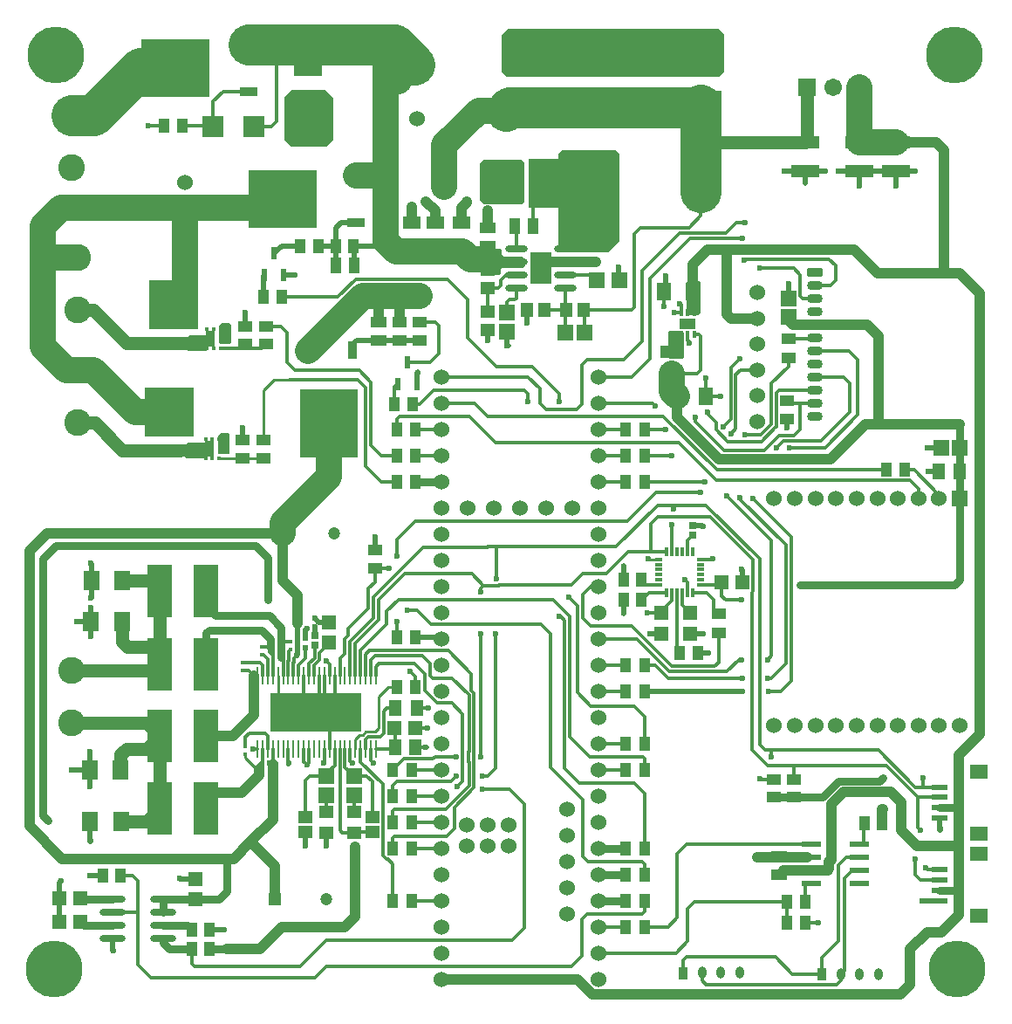
<source format=gtl>
G04 Layer_Physical_Order=1*
G04 Layer_Color=25308*
%FSLAX25Y25*%
%MOIN*%
G70*
G01*
G75*
%ADD10R,0.10630X0.05118*%
%ADD11R,0.04331X0.05512*%
%ADD12R,0.07480X0.02362*%
%ADD13R,0.08740X0.04843*%
%ADD14R,0.05315X0.07087*%
%ADD15R,0.09252X0.20079*%
%ADD16R,0.05512X0.05512*%
%ADD17R,0.02913X0.03071*%
%ADD18R,0.05315X0.03937*%
%ADD19R,0.01378X0.03347*%
%ADD20R,0.03150X0.01378*%
%ADD21R,0.06102X0.02362*%
%ADD22R,0.07087X0.05512*%
%ADD23R,0.02165X0.02165*%
%ADD24R,0.01772X0.01772*%
%ADD25R,0.05118X0.05906*%
%ADD26R,0.05512X0.05512*%
%ADD27R,0.04921X0.06102*%
%ADD28R,0.05315X0.04528*%
%ADD29R,0.05512X0.04331*%
%ADD30R,0.05906X0.07480*%
%ADD31R,0.05709X0.04724*%
%ADD32R,0.06102X0.05906*%
%ADD33R,0.00866X0.06693*%
%ADD34O,0.00866X0.06693*%
%ADD35R,0.34567X0.14646*%
%ADD36O,0.09843X0.02756*%
%ADD37R,0.03937X0.05315*%
%ADD38R,0.05900X0.04000*%
%ADD39R,0.05906X0.06102*%
%ADD40R,0.04500X0.06000*%
%ADD41R,0.02362X0.05118*%
%ADD42R,0.10799X0.08500*%
%ADD43R,0.22047X0.25984*%
%ADD44R,0.03740X0.06890*%
%ADD45R,0.25984X0.22047*%
%ADD46R,0.06890X0.03740*%
%ADD47R,0.04528X0.05709*%
%ADD48R,0.06102X0.06102*%
%ADD49R,0.07087X0.05118*%
%ADD50R,0.03228X0.10315*%
%ADD51R,0.18583X0.18898*%
%ADD52R,0.05000X0.05512*%
%ADD53R,0.06102X0.06102*%
%ADD54R,0.05709X0.04528*%
%ADD55R,0.09055X0.14173*%
%ADD56O,0.08661X0.02362*%
%ADD57R,0.07874X0.12205*%
%ADD58R,0.04000X0.05900*%
%ADD59R,0.01181X0.01378*%
%ADD60R,0.03740X0.05945*%
%ADD61R,0.00925X0.03425*%
%ADD62R,0.18898X0.18583*%
%ADD63R,0.05512X0.05000*%
%ADD64R,0.07874X0.07874*%
%ADD65R,0.06299X0.03937*%
%ADD66R,0.01181X0.02756*%
%ADD67C,0.15748*%
%ADD68C,0.10000*%
%ADD69C,0.03937*%
%ADD70C,0.01969*%
%ADD71C,0.05000*%
%ADD72C,0.01181*%
%ADD73C,0.01000*%
%ADD74C,0.02953*%
%ADD75C,0.06732*%
G04:AMPARAMS|DCode=76|XSize=67.32mil|YSize=67.32mil|CornerRadius=1.68mil|HoleSize=0mil|Usage=FLASHONLY|Rotation=0.000|XOffset=0mil|YOffset=0mil|HoleType=Round|Shape=RoundedRectangle|*
%AMROUNDEDRECTD76*
21,1,0.06732,0.06396,0,0,0.0*
21,1,0.06396,0.06732,0,0,0.0*
1,1,0.00337,0.03198,-0.03198*
1,1,0.00337,-0.03198,-0.03198*
1,1,0.00337,-0.03198,0.03198*
1,1,0.00337,0.03198,0.03198*
%
%ADD76ROUNDEDRECTD76*%
%ADD77C,0.06000*%
%ADD78R,0.06000X0.06000*%
%ADD79C,0.04724*%
%ADD80R,0.04724X0.04724*%
%ADD81C,0.10236*%
%ADD82R,0.03500X0.04500*%
%ADD83O,0.03500X0.04500*%
%ADD84O,0.06000X0.03543*%
G04:AMPARAMS|DCode=85|XSize=60mil|YSize=35.43mil|CornerRadius=8.86mil|HoleSize=0mil|Usage=FLASHONLY|Rotation=0.000|XOffset=0mil|YOffset=0mil|HoleType=Round|Shape=RoundedRectangle|*
%AMROUNDEDRECTD85*
21,1,0.06000,0.01772,0,0,0.0*
21,1,0.04228,0.03543,0,0,0.0*
1,1,0.01772,0.02114,-0.00886*
1,1,0.01772,-0.02114,-0.00886*
1,1,0.01772,-0.02114,0.00886*
1,1,0.01772,0.02114,0.00886*
%
%ADD85ROUNDEDRECTD85*%
%ADD86C,0.02362*%
%ADD87C,0.21654*%
G36*
X179500Y336000D02*
Y329000D01*
X179000Y328500D01*
X175500D01*
X175000Y329000D01*
Y335500D01*
X176000Y336500D01*
X179000D01*
X179500Y336000D01*
D02*
G37*
G36*
X353000Y375000D02*
Y365500D01*
X352500Y365000D01*
X347500D01*
X347000Y365500D01*
Y375000D01*
X347500Y375500D01*
X352500D01*
X353000Y375000D01*
D02*
G37*
G36*
X170915Y373585D02*
X170915Y368415D01*
X170500Y368000D01*
X163500Y368000D01*
X163000Y368500D01*
X163000Y373000D01*
X164000Y374000D01*
X170500D01*
X170915Y373585D01*
D02*
G37*
G36*
X198000Y211000D02*
Y206500D01*
X194000D01*
Y211000D01*
X195000Y212000D01*
X197000D01*
X198000Y211000D01*
D02*
G37*
G36*
X196000Y254000D02*
Y251500D01*
X195500D01*
X194000Y253000D01*
Y254500D01*
X195500D01*
X196000Y254000D01*
D02*
G37*
G36*
X170415Y332585D02*
X170415Y327415D01*
X170000Y327000D01*
X163000Y327000D01*
X162500Y327500D01*
X162500Y332000D01*
X163500Y333000D01*
X170000D01*
X170415Y332585D01*
D02*
G37*
G36*
X180000Y378000D02*
Y371000D01*
X179500Y370500D01*
X176000D01*
X175500Y371000D01*
Y377500D01*
X176500Y378500D01*
X179500D01*
X180000Y378000D01*
D02*
G37*
G36*
X292000Y440000D02*
Y425000D01*
X291000Y424000D01*
X276500D01*
X275000Y425500D01*
Y439500D01*
X276500Y441000D01*
X291000D01*
X292000Y440000D01*
D02*
G37*
G36*
X219000Y464500D02*
Y448500D01*
X216500Y446000D01*
X203000D01*
X200500Y448500D01*
X200500Y465000D01*
X203000Y467500D01*
X216000Y467500D01*
X219000Y464500D01*
D02*
G37*
G36*
X366500Y491000D02*
X368500Y489000D01*
X368500Y474500D01*
X366500Y472500D01*
X285500Y472500D01*
X283500Y474500D01*
Y488500D01*
X286000Y491000D01*
X366500Y491000D01*
D02*
G37*
G36*
X359500Y394000D02*
Y382500D01*
X358500Y381500D01*
X354500Y381500D01*
X354000Y382000D01*
X354000Y394000D01*
X354500Y394500D01*
X359000D01*
X359500Y394000D01*
D02*
G37*
G36*
X283500Y406500D02*
X283500Y405000D01*
X284500Y404000D01*
X291500D01*
X292500Y403000D01*
Y400500D01*
X291500Y399500D01*
X283500D01*
X283000Y399000D01*
Y397500D01*
X282500Y397000D01*
X280000D01*
Y406500D01*
X280500Y407000D01*
X283000D01*
X283500Y406500D01*
D02*
G37*
G36*
X328500Y443000D02*
Y410000D01*
X324000Y405500D01*
X305000D01*
Y443000D01*
X306500Y444500D01*
X327000D01*
X328500Y443000D01*
D02*
G37*
D10*
X362000Y464988D02*
D03*
Y476012D02*
D03*
X348000Y464988D02*
D03*
Y476012D02*
D03*
X434000Y447512D02*
D03*
Y436488D02*
D03*
X420000Y447512D02*
D03*
Y436488D02*
D03*
X399500Y447512D02*
D03*
Y436488D02*
D03*
D11*
X399445Y149500D02*
D03*
X392555D02*
D03*
Y157500D02*
D03*
X399445D02*
D03*
X358445Y252500D02*
D03*
X351555D02*
D03*
X336945Y280500D02*
D03*
X330055D02*
D03*
X336945Y273000D02*
D03*
X330055D02*
D03*
X250445Y239500D02*
D03*
X243555D02*
D03*
X171945Y147000D02*
D03*
X165055D02*
D03*
X171945Y139500D02*
D03*
X165055D02*
D03*
X131055Y167500D02*
D03*
X137945D02*
D03*
X422055Y187500D02*
D03*
X428945D02*
D03*
X249445Y347500D02*
D03*
X242555D02*
D03*
X161445Y454000D02*
D03*
X154555D02*
D03*
X199445Y388500D02*
D03*
X192555D02*
D03*
X213445Y408000D02*
D03*
X206555D02*
D03*
X226945D02*
D03*
X220055D02*
D03*
D12*
X420252Y164500D02*
D03*
Y169500D02*
D03*
Y174500D02*
D03*
Y179500D02*
D03*
X401748Y164500D02*
D03*
Y169500D02*
D03*
Y174500D02*
D03*
Y179500D02*
D03*
D13*
X348500Y367772D02*
D03*
Y359228D02*
D03*
D14*
X350488Y350500D02*
D03*
X361512D02*
D03*
X356512Y390500D02*
D03*
X345488D02*
D03*
D15*
X170528Y193419D02*
D03*
X152812D02*
D03*
Y276419D02*
D03*
X170528D02*
D03*
X152812Y248419D02*
D03*
X170528D02*
D03*
X152812Y220919D02*
D03*
X170528D02*
D03*
D16*
X355500Y260063D02*
D03*
Y267937D02*
D03*
X217500Y256563D02*
D03*
Y264437D02*
D03*
X166500Y158563D02*
D03*
Y166437D02*
D03*
X344500Y267937D02*
D03*
Y260063D02*
D03*
D17*
X356500Y301429D02*
D03*
Y297571D02*
D03*
X212000Y259429D02*
D03*
Y255571D02*
D03*
D18*
X366500Y267543D02*
D03*
Y260457D02*
D03*
X393000Y365457D02*
D03*
Y372543D02*
D03*
D19*
X346579Y291276D02*
D03*
X348547D02*
D03*
X350516D02*
D03*
X352484D02*
D03*
X354453D02*
D03*
X356421D02*
D03*
Y275724D02*
D03*
X354453D02*
D03*
X352484D02*
D03*
X350516D02*
D03*
X348547D02*
D03*
X346579D02*
D03*
D20*
X359374Y288421D02*
D03*
Y286453D02*
D03*
Y284484D02*
D03*
Y282516D02*
D03*
Y280547D02*
D03*
Y278579D02*
D03*
X343626D02*
D03*
Y280547D02*
D03*
Y282516D02*
D03*
Y284484D02*
D03*
Y286453D02*
D03*
Y288421D02*
D03*
D21*
X450913Y158095D02*
D03*
Y162031D02*
D03*
Y165969D02*
D03*
Y169905D02*
D03*
Y189594D02*
D03*
Y193532D02*
D03*
Y197468D02*
D03*
Y201406D02*
D03*
D22*
X465677Y152189D02*
D03*
Y175811D02*
D03*
Y183689D02*
D03*
Y207311D02*
D03*
D23*
X208500Y258272D02*
D03*
Y254728D02*
D03*
D24*
X202670Y253845D02*
D03*
Y256994D02*
D03*
X191670Y251845D02*
D03*
Y254994D02*
D03*
X185500Y213925D02*
D03*
Y217075D02*
D03*
X184500Y249075D02*
D03*
Y245925D02*
D03*
D25*
X242661Y216500D02*
D03*
X250339D02*
D03*
D26*
X242563Y224000D02*
D03*
X250437D02*
D03*
X122437Y150000D02*
D03*
X114563D02*
D03*
Y159000D02*
D03*
X122437D02*
D03*
X367563Y279500D02*
D03*
X375437D02*
D03*
D27*
X242965Y231500D02*
D03*
X251035D02*
D03*
D28*
X234000Y184146D02*
D03*
Y189854D02*
D03*
X208500Y184146D02*
D03*
Y189854D02*
D03*
D29*
X235000Y285055D02*
D03*
Y291945D02*
D03*
X387500Y197555D02*
D03*
Y204445D02*
D03*
X395000Y197555D02*
D03*
Y204445D02*
D03*
X252000Y372055D02*
D03*
Y378945D02*
D03*
X244500D02*
D03*
Y372055D02*
D03*
X185500Y370555D02*
D03*
Y377445D02*
D03*
X184500Y327055D02*
D03*
Y333945D02*
D03*
X193500Y377445D02*
D03*
Y370555D02*
D03*
X192500Y333945D02*
D03*
Y327055D02*
D03*
X392500Y342055D02*
D03*
Y348945D02*
D03*
D30*
X126765Y280419D02*
D03*
X138576D02*
D03*
X126594Y264500D02*
D03*
X138406D02*
D03*
X126094Y208000D02*
D03*
X137906D02*
D03*
X126265Y188419D02*
D03*
X138076D02*
D03*
D31*
X227000Y184063D02*
D03*
Y191937D02*
D03*
X216500Y184063D02*
D03*
Y191937D02*
D03*
D32*
X227000Y198457D02*
D03*
Y205543D02*
D03*
X216500Y198457D02*
D03*
Y205543D02*
D03*
X393000Y388043D02*
D03*
Y380957D02*
D03*
D33*
X190170Y215919D02*
D03*
D34*
X192139D02*
D03*
X194107D02*
D03*
X196076D02*
D03*
X198044D02*
D03*
X200013D02*
D03*
X201981D02*
D03*
X203950D02*
D03*
X205918D02*
D03*
X207887D02*
D03*
X209855D02*
D03*
X211824D02*
D03*
X213792D02*
D03*
X215761D02*
D03*
X217729D02*
D03*
X219698D02*
D03*
X221666D02*
D03*
X223635D02*
D03*
X225603D02*
D03*
X227572D02*
D03*
X229540D02*
D03*
X231509D02*
D03*
X233477D02*
D03*
X235446D02*
D03*
X190170Y243872D02*
D03*
X192139D02*
D03*
X194107D02*
D03*
X196076D02*
D03*
X198044D02*
D03*
X200013D02*
D03*
X201981D02*
D03*
X203950D02*
D03*
X205918D02*
D03*
X207887D02*
D03*
X209855D02*
D03*
X211824D02*
D03*
X213792D02*
D03*
X215761D02*
D03*
X217729D02*
D03*
X219698D02*
D03*
X221666D02*
D03*
X223635D02*
D03*
X225603D02*
D03*
X227572D02*
D03*
X229540D02*
D03*
X231509D02*
D03*
X233477D02*
D03*
X235446D02*
D03*
D35*
X212611Y229919D02*
D03*
D36*
X154146Y143500D02*
D03*
Y148500D02*
D03*
Y153500D02*
D03*
Y158500D02*
D03*
X134854Y143500D02*
D03*
Y148500D02*
D03*
Y153500D02*
D03*
Y158500D02*
D03*
D37*
X250543Y338000D02*
D03*
X243457D02*
D03*
X338043Y328000D02*
D03*
X330957D02*
D03*
X250543Y258500D02*
D03*
X243457D02*
D03*
X338043Y248000D02*
D03*
X330957D02*
D03*
X338043Y238000D02*
D03*
X330957D02*
D03*
X338043Y218000D02*
D03*
X330957D02*
D03*
X338043Y208000D02*
D03*
X330957D02*
D03*
X249043D02*
D03*
X241957D02*
D03*
X243457Y318000D02*
D03*
X250543D02*
D03*
X249043Y198000D02*
D03*
X241957D02*
D03*
X243457Y328000D02*
D03*
X250543D02*
D03*
X249043Y188000D02*
D03*
X241957D02*
D03*
X338043Y178000D02*
D03*
X330957D02*
D03*
X249043D02*
D03*
X241957D02*
D03*
X338043Y168000D02*
D03*
X330957D02*
D03*
X338043Y158000D02*
D03*
X330957D02*
D03*
X249043D02*
D03*
X241957D02*
D03*
X338043Y148000D02*
D03*
X330957D02*
D03*
X338043Y318000D02*
D03*
X330957D02*
D03*
X430457Y322500D02*
D03*
X437543D02*
D03*
X338043Y338000D02*
D03*
X330957D02*
D03*
D38*
X389500Y175000D02*
D03*
Y168000D02*
D03*
X236500Y379000D02*
D03*
Y372000D02*
D03*
X278000Y415000D02*
D03*
Y408000D02*
D03*
D39*
X451457Y331000D02*
D03*
X458543D02*
D03*
X319669Y395000D02*
D03*
X328331D02*
D03*
D40*
X458500Y322000D02*
D03*
X450500D02*
D03*
D41*
X243760Y355366D02*
D03*
X251240D02*
D03*
X247500Y363634D02*
D03*
X192760Y396866D02*
D03*
X200240D02*
D03*
X196500Y405134D02*
D03*
D42*
X209500Y477201D02*
D03*
Y459799D02*
D03*
D43*
X217500Y340248D02*
D03*
D44*
X208524Y368201D02*
D03*
X226476D02*
D03*
D45*
X158748Y476000D02*
D03*
X199748Y426000D02*
D03*
D46*
X186701Y484976D02*
D03*
Y467024D02*
D03*
X227701Y434976D02*
D03*
Y417024D02*
D03*
D47*
X299945Y383500D02*
D03*
X293055D02*
D03*
X314945D02*
D03*
X308055D02*
D03*
D48*
X285500Y375358D02*
D03*
Y382642D02*
D03*
D49*
X249000Y417012D02*
D03*
Y405988D02*
D03*
X258000Y417012D02*
D03*
Y405988D02*
D03*
X268000Y417012D02*
D03*
Y405988D02*
D03*
D50*
X325000Y477791D02*
D03*
Y459209D02*
D03*
X295500Y477791D02*
D03*
Y459209D02*
D03*
D51*
X303095Y432000D02*
D03*
D52*
X288370Y427906D02*
D03*
Y436095D02*
D03*
D53*
X307957Y375000D02*
D03*
X315043D02*
D03*
D54*
X278000Y398945D02*
D03*
Y392055D02*
D03*
Y382945D02*
D03*
Y376055D02*
D03*
D55*
X359610Y428500D02*
D03*
X323390D02*
D03*
D56*
X289051Y407000D02*
D03*
Y402000D02*
D03*
Y397000D02*
D03*
Y392000D02*
D03*
X307949Y407000D02*
D03*
Y402000D02*
D03*
Y397000D02*
D03*
Y392000D02*
D03*
D57*
X298500Y399500D02*
D03*
D58*
X295500Y415500D02*
D03*
X288500D02*
D03*
X227000Y400500D02*
D03*
X220000D02*
D03*
D59*
X176033Y368858D02*
D03*
X173474D02*
D03*
X170915D02*
D03*
X176033Y376142D02*
D03*
X173474D02*
D03*
X170911D02*
D03*
X175533Y326858D02*
D03*
X172974D02*
D03*
X170415D02*
D03*
X175533Y334142D02*
D03*
X172974D02*
D03*
X170411D02*
D03*
D60*
X172191Y372504D02*
D03*
X171691Y330504D02*
D03*
D61*
X176128Y372657D02*
D03*
X175628Y330658D02*
D03*
D62*
X158000Y385595D02*
D03*
X156500Y344595D02*
D03*
D63*
X162094Y370870D02*
D03*
X153905D02*
D03*
X160594Y329870D02*
D03*
X152406D02*
D03*
D64*
X173126Y453500D02*
D03*
X188874D02*
D03*
D65*
X354633Y378342D02*
D03*
D66*
X352074Y382476D02*
D03*
X354633D02*
D03*
X357192D02*
D03*
Y374208D02*
D03*
X354633D02*
D03*
X352074D02*
D03*
D67*
X286500Y461000D02*
X355000D01*
X285209Y459709D02*
X286500Y461000D01*
X359610Y447000D02*
Y462000D01*
Y428500D02*
Y447000D01*
X197500Y484976D02*
X242366D01*
X250171Y477171D01*
X186701Y484976D02*
X197500D01*
X145500Y476000D02*
X158748D01*
X127500Y458000D02*
X145500Y476000D01*
X119000Y458000D02*
X127500D01*
D68*
X274709Y459709D02*
X285209D01*
X420000Y447512D02*
X434000D01*
X420000D02*
Y468500D01*
X230500Y389000D02*
X252071D01*
X209362Y367862D02*
X230500Y389000D01*
X108000Y403500D02*
Y415500D01*
Y369500D02*
Y403500D01*
X121500D01*
Y360500D02*
X127500D01*
X117000D02*
X121500D01*
X108000Y369500D02*
X117000Y360500D01*
X127500D02*
X143405Y344595D01*
X156500D01*
X108000Y415500D02*
X115000Y422500D01*
X162500D02*
X196248D01*
X115000D02*
X162500D01*
Y412657D02*
Y422500D01*
Y390094D02*
Y412657D01*
X196248Y422500D02*
X199748Y426000D01*
X268000Y405988D02*
X268512D01*
X258000D02*
X268000D01*
X249000D02*
X258000D01*
X271500Y403000D02*
X276000D01*
X268512Y405988D02*
X271500Y403000D01*
X239000Y435000D02*
Y481610D01*
X242366Y472634D02*
X244000Y471000D01*
X242366Y472634D02*
Y484976D01*
X239000Y481610D02*
X242366Y484976D01*
X239000Y410000D02*
Y435000D01*
X238976Y434976D02*
X239000Y435000D01*
X227701Y434976D02*
X238976D01*
X199828Y298419D02*
Y302328D01*
X217500Y320000D01*
Y340248D01*
X239000Y410000D02*
X243012Y405988D01*
X249000D01*
X261500Y430500D02*
Y446500D01*
X274709Y459709D01*
X348500Y352488D02*
X350488Y350500D01*
X348500Y352488D02*
Y359213D01*
D69*
X452500Y397500D02*
X458500D01*
X427000D02*
X452500D01*
X434000Y447512D02*
X449488D01*
X452500Y444500D01*
Y397500D02*
Y444500D01*
X466000Y221500D02*
Y390000D01*
X418000Y406500D02*
X427000Y397500D01*
X369500Y406500D02*
X418000D01*
X409500Y173733D02*
Y195000D01*
X408653Y172886D02*
X409500Y173733D01*
X408653Y170153D02*
Y172886D01*
X408000Y169500D02*
X408653Y170153D01*
X254500Y425000D02*
X258000Y421500D01*
Y417012D02*
Y421500D01*
X249000Y417012D02*
Y423000D01*
X270000Y424500D02*
Y425000D01*
X268000Y422500D02*
X270000Y424500D01*
X268000Y417012D02*
Y422500D01*
X278000Y415000D02*
Y421500D01*
X178500Y174000D02*
X181000D01*
X115500D02*
X178500D01*
X103000Y291500D02*
X109919Y298419D01*
X103000Y186500D02*
Y291500D01*
Y186500D02*
X115500Y174000D01*
X428945Y192945D02*
X429000Y193000D01*
X428945Y187500D02*
Y192945D01*
X458000Y152622D02*
Y179000D01*
Y213500D01*
X381000Y174500D02*
X400075D01*
X442000Y179000D02*
X458000D01*
X414000Y199500D02*
X432000D01*
X409500Y195000D02*
X414000Y199500D01*
X391000Y169500D02*
X408000D01*
X366500Y326500D02*
X409000D01*
X350488Y342512D02*
X366500Y326500D01*
X350488Y342512D02*
Y350500D01*
X392000Y380957D02*
X394957Y378000D01*
X403000D01*
X427500Y340043D02*
X458543D01*
X422543D02*
X427500D01*
Y373500D01*
X423000Y378000D02*
X427500Y373500D01*
X403000Y378000D02*
X423000D01*
X409000Y326500D02*
X422543Y340043D01*
X236500Y379000D02*
Y388500D01*
X244500Y378945D02*
Y388000D01*
X369500Y382000D02*
Y406500D01*
Y382000D02*
X371130Y380370D01*
X381000D01*
X319000Y402000D02*
X319500D01*
X316500D02*
X319000D01*
X314000D02*
X316500D01*
X307949D02*
X314000D01*
X298500Y399500D02*
X301000Y402000D01*
X307949D01*
X109919Y298419D02*
X199828D01*
X205500Y264000D02*
Y274500D01*
X199828Y280172D02*
X205500Y274500D01*
X199828Y280172D02*
Y298419D01*
X180670Y220919D02*
X188670Y228919D01*
X170528Y220919D02*
X180670D01*
X190670Y205919D02*
Y207919D01*
X184170Y199419D02*
X190670Y205919D01*
X173670Y199419D02*
X184170D01*
X171670Y197419D02*
X173670Y199419D01*
X171670Y194561D02*
Y197419D01*
X170528Y193419D02*
X171670Y194561D01*
X260500Y128000D02*
X312360D01*
X318116Y122244D01*
X435744D01*
X439500Y126000D01*
Y139500D01*
X446000Y146000D01*
X451378D01*
X458000Y152622D01*
Y213500D02*
X466000Y221500D01*
X458500Y397500D02*
X466000Y390000D01*
X188670Y228919D02*
Y243919D01*
X436000Y185000D02*
X442000Y179000D01*
X436000Y185000D02*
Y195500D01*
X432000Y199500D02*
X436000Y195500D01*
X196658Y158500D02*
Y171343D01*
X187500Y180500D02*
X196658Y171343D01*
X181000Y174000D02*
X187500Y180500D01*
X227500Y152000D02*
Y178500D01*
X223500Y148000D02*
X227500Y152000D01*
X199500Y148000D02*
X223500D01*
X191000Y139500D02*
X199500Y148000D01*
X178500Y139500D02*
X191000D01*
X356512Y390500D02*
Y401012D01*
X362000Y406500D01*
X369500D01*
X187500Y180500D02*
X196000Y189000D01*
Y206500D01*
D70*
X420000Y436488D02*
X434000D01*
X441488D02*
X441500Y436500D01*
X434000Y436488D02*
X441488D01*
X434000Y431000D02*
Y436488D01*
X420000Y431000D02*
Y436488D01*
X399500Y432000D02*
Y436488D01*
X406988D02*
X407000Y436500D01*
X399500Y436488D02*
X406988D01*
X412012D02*
X420000D01*
X391500Y436500D02*
X391512Y436488D01*
X399500D01*
X204366Y396866D02*
X204500Y397000D01*
X200240Y396866D02*
X204366D01*
X192555Y396661D02*
X192760Y396866D01*
X192555Y388500D02*
Y396661D01*
X228055Y372055D02*
X244500D01*
X226476Y370476D02*
X228055Y372055D01*
X226476Y368201D02*
Y370476D01*
X244500Y372055D02*
X252000D01*
X251240Y359740D02*
X251500Y360000D01*
X251240Y355366D02*
Y359740D01*
X126000Y215000D02*
X126094Y214906D01*
Y208000D02*
Y214906D01*
X119000Y208000D02*
X126094D01*
X126000Y201500D02*
X126094Y201594D01*
Y208000D01*
X340000Y260000D02*
X340063Y260063D01*
X344500D01*
X330000Y286000D02*
X330055Y285945D01*
Y280500D02*
Y285945D01*
X330000Y267500D02*
X330055Y267555D01*
Y273000D01*
X358445Y252500D02*
X362500D01*
X360437Y260063D02*
X360500Y260000D01*
X355500Y260063D02*
X360437D01*
X338043Y238000D02*
X375500D01*
X260000Y258500D02*
X260500Y258000D01*
X250543Y258500D02*
X260000D01*
X220000Y408000D02*
Y415000D01*
Y400500D02*
Y408000D01*
X220055D01*
X213445D02*
X220000D01*
X222024Y417024D02*
X227701D01*
X220000Y415000D02*
X222024Y417024D01*
X196500Y405134D02*
X199366Y408000D01*
X206555D01*
X226945D02*
X227000Y407945D01*
Y400500D02*
Y407945D01*
X237000Y408000D02*
X239000Y410000D01*
X226945Y408000D02*
X237000D01*
X205500Y252000D02*
Y264000D01*
X205000Y251500D02*
X205500Y252000D01*
X450913Y185087D02*
Y189594D01*
Y185087D02*
X451000Y185000D01*
X444095Y158095D02*
X450913D01*
X444000Y158000D02*
X444095Y158095D01*
X126265Y180735D02*
Y188419D01*
Y180735D02*
X126500Y180500D01*
X356500Y301429D02*
X360071D01*
X360500Y301000D01*
X216500Y179000D02*
Y184063D01*
X208500Y179000D02*
Y184146D01*
X212891Y229640D02*
X217391Y225140D01*
X212000Y259429D02*
Y262500D01*
X208500Y258272D02*
Y261711D01*
X213563Y264437D02*
X217500D01*
X212000Y266000D02*
X213563Y264437D01*
X171945Y147000D02*
X177500D01*
X160563Y166437D02*
X166500D01*
X114563Y165063D02*
X115000Y165500D01*
X114563Y150000D02*
Y159000D01*
Y165063D01*
X126000Y167500D02*
X131055D01*
X126765Y273765D02*
Y280419D01*
X126500Y273500D02*
X126765Y273765D01*
Y280419D02*
Y286735D01*
X126500Y287000D02*
X126765Y286735D01*
X126594Y259095D02*
Y264500D01*
X126500Y259000D02*
X126594Y259095D01*
Y264500D02*
Y269905D01*
X126500Y270000D02*
X126594Y269905D01*
X121000Y264500D02*
X126594D01*
X235000Y291945D02*
Y297000D01*
X375437Y279500D02*
Y284063D01*
X375000Y284500D02*
X375437Y284063D01*
X446000Y331000D02*
X451457D01*
X446500Y322000D02*
X450500D01*
X393000Y388043D02*
Y393500D01*
X293055Y378555D02*
Y383500D01*
X293000Y378500D02*
X293055Y378555D01*
X285500Y370000D02*
X286000D01*
X285500D02*
Y375358D01*
X278000Y372000D02*
Y375957D01*
X184500Y333945D02*
Y338500D01*
X185500Y377445D02*
Y382500D01*
X134854Y138854D02*
Y143500D01*
X346000Y391012D02*
Y396500D01*
X328000Y395331D02*
Y400000D01*
Y395331D02*
X328331Y395000D01*
X392500Y339000D02*
Y342055D01*
D71*
X359610Y447000D02*
X360122Y447512D01*
X399500D01*
X400000Y448012D01*
Y468500D01*
X147731Y226000D02*
X152812Y220919D01*
X119000Y226000D02*
X147731D01*
X152812Y193419D02*
Y220919D01*
X147892Y216000D02*
X152812Y220919D01*
X140000Y216000D02*
X147892D01*
X137906Y213906D02*
X140000Y216000D01*
X137906Y208000D02*
Y213906D01*
X147812Y188419D02*
X152812Y193419D01*
X138076Y188419D02*
X147812D01*
X152406Y329870D02*
X160594D01*
X138630D02*
X152406D01*
X121500Y340500D02*
X128000D01*
X138630Y329870D01*
X153905Y370870D02*
X162094D01*
X140130D02*
X153905D01*
X121500Y383500D02*
X127500D01*
X140130Y370870D01*
X138576Y280419D02*
X148812D01*
X152812Y276419D01*
Y248419D02*
Y276419D01*
X119000Y246000D02*
X150392D01*
X138406Y257095D02*
Y264500D01*
Y257095D02*
X140500Y255000D01*
X150392Y246000D02*
X152000Y247607D01*
X140500Y255000D02*
X151000D01*
X152000Y254000D01*
Y247607D02*
Y254000D01*
D72*
X412000Y142500D02*
Y171500D01*
X405900Y136400D02*
X412000Y142500D01*
X392555Y149500D02*
Y157500D01*
X399445Y149500D02*
X404500D01*
X414500Y166500D02*
X417500Y169500D01*
X414500Y131400D02*
Y166500D01*
X413100Y130000D02*
X414500Y131400D01*
X412000Y171500D02*
X415000Y174500D01*
X256500Y263500D02*
X298500D01*
X302000Y260000D01*
Y209000D02*
Y260000D01*
Y209000D02*
X314500Y196500D01*
Y175000D02*
Y196500D01*
Y175000D02*
X316500Y173000D01*
X386500Y215500D02*
X427500D01*
X384000D02*
X386500D01*
Y213000D02*
Y215500D01*
X382000Y204500D02*
X382055Y204445D01*
X387500D01*
X385000Y209500D02*
X395000D01*
Y204445D02*
Y209500D01*
X320500Y208000D02*
X330957D01*
X320500Y218000D02*
X330957D01*
X338043D02*
Y228457D01*
X334122Y232378D02*
X338043Y228457D01*
X317622Y232378D02*
X334122D01*
X309000Y274000D02*
X312531Y270468D01*
Y237469D02*
Y270468D01*
Y237469D02*
X317622Y232378D01*
X307531Y208469D02*
X313000Y203000D01*
X307531Y208469D02*
Y264968D01*
X306000Y266500D02*
X307531Y264968D01*
X303000Y273000D02*
X309500Y266500D01*
Y220500D02*
Y266500D01*
Y220500D02*
X317000Y213000D01*
X244000Y273000D02*
X303000D01*
X314500Y275000D02*
X317500Y278000D01*
X314500Y266068D02*
Y275000D01*
Y266068D02*
X317568Y263000D01*
X252000Y347500D02*
X257500Y353000D01*
X249445Y347500D02*
X252000D01*
X313000Y203000D02*
X334000D01*
X338043Y198957D01*
Y178000D02*
Y198957D01*
X262878Y395378D02*
X270500Y387756D01*
X305500Y348500D02*
Y351500D01*
X295000Y362000D02*
X305500Y351500D01*
X281500Y362000D02*
X295000D01*
X270500Y373000D02*
X281500Y362000D01*
X270500Y373000D02*
Y387756D01*
X227858Y395378D02*
X262878D01*
X220980Y388500D02*
X227858Y395378D01*
X199445Y388500D02*
X220980D01*
X365043Y261000D02*
X366500Y259543D01*
X317500Y278000D02*
X320500D01*
X317568Y263000D02*
X333000D01*
X348532Y247468D01*
X364968D01*
X366500Y249000D01*
Y259543D01*
X364500Y260457D02*
X365043Y261000D01*
X347216Y243000D02*
X375500D01*
X342216Y248000D02*
X347216Y243000D01*
X338043Y248000D02*
X342216D01*
X347500Y245500D02*
X369500D01*
X335000Y258000D02*
X347500Y245500D01*
X320500Y258000D02*
X335000D01*
X361512Y350500D02*
X367000D01*
X361500Y357500D02*
X361512Y357488D01*
Y350500D02*
Y357488D01*
X372969Y358968D02*
X374685Y360685D01*
X371000Y361500D02*
X374500Y365000D01*
X371000Y342000D02*
Y361500D01*
X368000Y339000D02*
X371000Y342000D01*
X338043Y328000D02*
X348500D01*
X374685Y360685D02*
X381000D01*
X148500Y454000D02*
X154555D01*
X379000Y215500D02*
X385000Y209500D01*
X243500Y289500D02*
Y296000D01*
X243457Y264457D02*
X243500Y264500D01*
X243457Y258500D02*
Y264457D01*
X243500Y296000D02*
X250500Y303000D01*
X331500D01*
X342500Y314000D01*
X359500D01*
X450626Y311500D02*
Y312874D01*
X441000Y322500D02*
X450626Y312874D01*
X437543Y322500D02*
X441000D01*
X385000Y250000D02*
X386500Y251500D01*
X374000Y250000D02*
X375000D01*
X369500Y245500D02*
X374000Y250000D01*
X320500Y248000D02*
X330957D01*
X320500Y238000D02*
X330957D01*
X386500Y251500D02*
Y295500D01*
X369500Y312500D02*
X386500Y295500D01*
X403000Y368000D02*
X416000D01*
X419500Y364500D01*
Y343500D02*
Y364500D01*
X407000Y331000D02*
X419500Y343500D01*
X393500Y331000D02*
X407000D01*
X374250Y311750D02*
X392000Y294000D01*
Y248500D02*
Y294000D01*
X386500Y243000D02*
X392000Y248500D01*
X385000Y243000D02*
X386500D01*
X416500Y344500D02*
Y355500D01*
X351000Y333000D02*
X365535Y318465D01*
X432996D01*
X433031Y318500D02*
X434969D01*
X432996Y318465D02*
X433031Y318500D01*
X439535Y318465D02*
X442752Y315248D01*
X435004Y318465D02*
X439535D01*
X434969Y318500D02*
X435004Y318465D01*
X385500Y238000D02*
X390000D01*
X394000Y242000D01*
Y297000D01*
X379500Y311500D02*
X394000Y297000D01*
X379571Y276173D02*
Y288145D01*
X363216Y304500D02*
X379571Y288145D01*
X343000Y304500D02*
X363216D01*
X382000Y217500D02*
Y288500D01*
X361500Y309000D02*
X382000Y288500D01*
X349000Y309000D02*
X361500D01*
X414000Y358000D02*
X416500Y355500D01*
X403000Y358000D02*
X414000D01*
X249043Y188000D02*
X260500D01*
X249043Y158000D02*
X260500D01*
X249043Y178000D02*
X260500D01*
X216500Y191937D02*
Y198457D01*
X210043Y205543D02*
X216500D01*
X208500Y204000D02*
X210043Y205543D01*
X208500Y189854D02*
Y204000D01*
X227000Y184063D02*
X227083Y184146D01*
X234000D01*
X227000Y191937D02*
Y198457D01*
Y205543D02*
X231957D01*
X234000Y203500D01*
Y189854D02*
Y203500D01*
X238035Y175347D02*
Y202465D01*
X144500Y153500D02*
Y165500D01*
Y133500D02*
Y153500D01*
X134854D02*
X144500D01*
X137945Y167500D02*
X142500D01*
X144500Y165500D01*
X338043Y154043D02*
Y158000D01*
X337000Y153000D02*
X338043Y154043D01*
X316000Y153000D02*
X337000D01*
X314000Y151000D02*
X316000Y153000D01*
X314000Y137000D02*
Y151000D01*
X310000Y133000D02*
X314000Y137000D01*
X216500Y133000D02*
X310000D01*
X212000Y128500D02*
X216500Y133000D01*
X149500Y128500D02*
X212000D01*
X144500Y133500D02*
X149500Y128500D01*
X292000Y147500D02*
Y195000D01*
X166000Y133000D02*
X206500D01*
X216500Y143000D01*
X287500D01*
X292000Y147500D01*
X240445Y285055D02*
X240500Y285000D01*
X235000Y285055D02*
X240445D01*
X247500Y269000D02*
X251000D01*
X235000Y279752D02*
Y285055D01*
X232531Y277284D02*
X235000Y279752D01*
X232531Y269531D02*
Y277284D01*
X224969Y261968D02*
X232531Y269531D01*
X242081Y215919D02*
X242661Y216500D01*
X235446Y215919D02*
X242081D01*
X242563Y224000D02*
X242661Y223902D01*
Y216500D02*
Y223902D01*
X196000Y206500D02*
Y210500D01*
Y213000D01*
X194882Y210500D02*
X196000D01*
X276000Y200500D02*
X286500D01*
X292000Y195000D01*
X165055Y133945D02*
X166000Y133000D01*
X165055Y133945D02*
Y139500D01*
X266500Y201500D02*
X268559Y203559D01*
Y229441D01*
X251035Y231500D02*
X255500D01*
X248000Y246000D02*
X250445Y243555D01*
Y239500D02*
Y243555D01*
X250339Y216500D02*
X255000D01*
X250437Y224000D02*
X255500D01*
X249043Y208000D02*
X260500D01*
X265500Y193716D02*
X272969Y201185D01*
X271000Y214903D02*
Y236500D01*
X270972Y214875D02*
X271000Y214903D01*
X270972Y211125D02*
Y214875D01*
Y211125D02*
X271000Y211097D01*
Y202000D02*
Y211097D01*
X272969Y214088D02*
Y237315D01*
X272941Y214060D02*
X272969Y214088D01*
X272941Y211940D02*
Y214060D01*
Y211940D02*
X272969Y211912D01*
Y201185D02*
Y211912D01*
X271969Y238315D02*
Y244531D01*
Y238315D02*
X272969Y237315D01*
X264500Y243000D02*
X271000Y236500D01*
X262000Y193000D02*
X271000Y202000D01*
X263032Y253468D02*
X271969Y244531D01*
X264378Y233622D02*
X268559Y229441D01*
X258687Y233622D02*
X264378D01*
X254031Y238277D02*
X258687Y233622D01*
X254031Y238277D02*
Y244468D01*
X421925Y187370D02*
X422055Y187500D01*
X421925Y179500D02*
Y187370D01*
X405900Y129900D02*
Y136400D01*
X415000Y174500D02*
X421925D01*
X417500Y169500D02*
X421925D01*
X250543Y328000D02*
X260500D01*
X250543Y338000D02*
X260500D01*
X243457D02*
Y341957D01*
X244500Y343000D01*
X271000D01*
X281000Y333000D01*
X351000D01*
X442752Y311500D02*
Y315248D01*
X260500Y348000D02*
X273000D01*
X278000Y343000D01*
X345267D01*
X365767Y322500D01*
X430457D01*
X402543Y372543D02*
X403000Y373000D01*
X392000Y372543D02*
X402543D01*
X242555Y354161D02*
X243760Y355366D01*
X242555Y347500D02*
Y354161D01*
X247500Y363634D02*
X256134D01*
X259500Y367000D01*
Y377500D01*
X258055Y378945D02*
X259500Y377500D01*
X252000Y378945D02*
X258055D01*
X202500Y357000D02*
X228500D01*
X231500Y354000D01*
Y324000D02*
Y354000D01*
Y324000D02*
X237500Y318000D01*
X243457D01*
X193500Y377445D02*
X199055D01*
X201500Y375000D01*
Y363500D02*
Y375000D01*
Y363500D02*
X204500Y360500D01*
X229000D01*
X233500Y356000D01*
Y332000D02*
Y356000D01*
Y332000D02*
X237500Y328000D01*
X243457D01*
X176033Y368858D02*
X191803D01*
X193500Y370555D01*
X320500Y138000D02*
X350000D01*
X354500Y142500D01*
Y155000D01*
X357000Y157500D01*
X392457D01*
X399543Y163969D02*
X400075Y164500D01*
X399543Y157500D02*
Y163969D01*
X338043Y148000D02*
X347000D01*
X350500Y151500D01*
Y176000D01*
X354000Y179500D01*
X400075D01*
X320500Y148000D02*
X330957D01*
X394600Y129900D02*
X405900D01*
X388000Y136500D02*
X394600Y129900D01*
X354000Y136500D02*
X388000D01*
X352900Y135400D02*
X354000Y136500D01*
X352900Y130400D02*
Y135400D01*
X413100Y127600D02*
Y130000D01*
X411500Y126000D02*
X413100Y127600D01*
X361591Y126000D02*
X411500D01*
X360100Y127491D02*
X361591Y126000D01*
X360100Y127491D02*
Y130500D01*
X338043Y318000D02*
X361000D01*
X320500Y328000D02*
X330957D01*
X320500Y318000D02*
X330957D01*
X340500Y302000D02*
X343000Y304500D01*
Y309000D02*
X349000D01*
Y307500D02*
Y309000D01*
X327244Y293244D02*
X343000Y309000D01*
X348500Y301500D02*
X348547Y301453D01*
Y291276D02*
Y301453D01*
X379000Y275603D02*
X379571Y276173D01*
X379000Y215500D02*
Y275603D01*
X340500Y291276D02*
X346480D01*
X331776D02*
X340500D01*
Y302000D01*
X323500Y283000D02*
X331776Y291276D01*
X314500Y283000D02*
X323500D01*
X278000Y293000D02*
X278244Y293244D01*
X382000Y217500D02*
X384000Y215500D01*
X427500D02*
X441595Y201406D01*
X310000Y278500D02*
X314500Y283000D01*
X282619Y278500D02*
X310000D01*
X282560Y278441D02*
X282619Y278500D01*
X276559Y278441D02*
X282560D01*
X272000Y283000D02*
X276559Y278441D01*
X275500Y213000D02*
Y260000D01*
X246500Y283000D02*
X272000D01*
X253500Y293000D02*
X278000D01*
X234500Y274000D02*
X253500Y293000D01*
X234500Y266000D02*
Y274000D01*
X239500Y268500D02*
X244000Y273000D01*
X239500Y263500D02*
Y268500D01*
X229540Y253540D02*
X239500Y263500D01*
X236469Y272969D02*
X246500Y283000D01*
X236469Y265185D02*
Y272969D01*
X281000Y208500D02*
Y260000D01*
X278000Y205500D02*
X281000Y208500D01*
X276000Y205500D02*
X278000D01*
X264000Y203500D02*
X266000Y205500D01*
X243500Y203500D02*
X264000D01*
X241957Y201957D02*
X243500Y203500D01*
X241957Y198000D02*
Y201957D01*
X249043Y198000D02*
X260500D01*
X241957Y208000D02*
X246126Y212169D01*
X257169D01*
X258000Y213000D02*
X266000D01*
X257169Y212169D02*
X258000Y213000D01*
X354000Y280000D02*
X354453Y279547D01*
Y275724D02*
Y279547D01*
X336945Y273000D02*
X339669Y275724D01*
X346579D01*
X336945Y280500D02*
X338866Y278579D01*
X343626D01*
X354453Y295524D02*
X356500Y297571D01*
X354453Y291276D02*
Y295524D01*
X363421Y288421D02*
X363500Y288500D01*
X359374Y288421D02*
X363421D01*
X350516Y251539D02*
X351555Y250500D01*
X350516Y251539D02*
Y275724D01*
X344500Y267937D02*
Y268500D01*
X348547Y272547D01*
Y275724D01*
X352484Y270953D02*
X355500Y267937D01*
X352484Y270953D02*
Y275724D01*
X356520D02*
X361776D01*
X364500Y273000D01*
Y267543D02*
Y273000D01*
X366642Y278579D02*
X367563Y279500D01*
X359374Y278579D02*
X366642D01*
X283000Y393000D02*
Y395000D01*
X282055Y392055D02*
X283000Y393000D01*
X278000Y392055D02*
X282055D01*
X283000Y395000D02*
X285000Y397000D01*
X289051D01*
X307949D02*
X319669D01*
X288500Y415500D02*
X289051Y414949D01*
Y407000D02*
Y414949D01*
X295500Y424405D02*
X303095Y432000D01*
X295500Y415500D02*
Y424405D01*
X173126Y453500D02*
Y463126D01*
X177024Y467024D01*
X186701D01*
X172626Y454000D02*
X173126Y453500D01*
X161445Y454000D02*
X172626D01*
X197500Y455500D02*
Y484976D01*
X195500Y453500D02*
X197500Y455500D01*
X188874Y453500D02*
X195500D01*
X223635Y252453D02*
Y257919D01*
X221666Y250485D02*
X223635Y252453D01*
X225603Y257103D02*
X234500Y266000D01*
X225603Y243872D02*
Y257103D01*
X223635Y257919D02*
X224969Y259252D01*
X221666Y243872D02*
Y250485D01*
X217500Y256130D02*
Y256563D01*
X213968Y252599D02*
X217500Y256130D01*
X213968Y249969D02*
Y252599D01*
X224969Y259252D02*
Y261968D01*
X233477Y211523D02*
X234500Y210500D01*
X233477Y211523D02*
Y215919D01*
X225603Y211397D02*
X226500Y210500D01*
X225603Y211397D02*
Y215919D01*
X207887Y211113D02*
X208355Y210645D01*
X207887Y211113D02*
Y215919D01*
X209855Y210645D02*
Y215919D01*
X201981Y210019D02*
X202000Y210000D01*
X201981Y210019D02*
Y215919D01*
X188500Y216000D02*
X188581Y215919D01*
X190170D01*
X338043Y168000D02*
Y171957D01*
X337000Y173000D02*
X338043Y171957D01*
X316500Y173000D02*
X337000D01*
X251000Y269000D02*
X256500Y263500D01*
X209855Y243872D02*
Y248639D01*
X212000Y250784D02*
Y254571D01*
X209855Y248639D02*
X212000Y250784D01*
X211824Y247824D02*
X213968Y249969D01*
X211824Y243872D02*
Y247824D01*
X208500Y250500D02*
Y254728D01*
X205918Y247918D02*
X208500Y250500D01*
X239500Y231500D02*
X242965D01*
X238429Y230429D02*
X239500Y231500D01*
X238429Y221929D02*
Y230429D01*
X237144Y220644D02*
X238429Y221929D01*
X232644Y220644D02*
X237144D01*
X231509Y219509D02*
X232644Y220644D01*
X231509Y215919D02*
Y219509D01*
X257000Y243000D02*
X264500D01*
X229540Y210960D02*
Y215919D01*
Y210960D02*
X238035Y202465D01*
Y175347D02*
X239417Y173965D01*
X240035D01*
X241957Y172043D01*
Y158000D02*
Y172043D01*
X231509Y243872D02*
Y252009D01*
X232968Y253468D01*
X263032D01*
X265500Y185500D02*
Y193716D01*
X262500Y182500D02*
X265500Y185500D01*
X242500Y182500D02*
X262500D01*
X241957Y181957D02*
X242500Y182500D01*
X241957Y178000D02*
Y181957D01*
X235000Y251500D02*
X253000D01*
X233477Y249977D02*
X235000Y251500D01*
X185500Y217075D02*
Y220500D01*
X187000Y222000D01*
X193000D01*
X194107Y220893D01*
Y215919D02*
Y220893D01*
X192139Y207919D02*
Y215919D01*
X196000Y213000D02*
X196076Y213076D01*
Y215919D01*
X205918Y243872D02*
Y247918D01*
X215500Y210500D02*
X215761Y210761D01*
Y215919D01*
X233477Y243872D02*
Y249977D01*
X242500Y193000D02*
X262000D01*
X241957Y192457D02*
X242500Y193000D01*
X241957Y188000D02*
Y192457D01*
X223635Y208909D02*
X227000Y205543D01*
X223635Y208909D02*
Y215919D01*
X221666Y184834D02*
X222437Y184063D01*
X221666Y184834D02*
Y215919D01*
X222437Y184063D02*
X227000D01*
X216500Y205543D02*
Y206500D01*
X219698Y209698D01*
Y215919D01*
X199170Y250919D02*
X200013Y250077D01*
Y243872D02*
Y250077D01*
X193670Y260419D02*
X196076Y258014D01*
X278000Y383043D02*
Y392055D01*
X285500Y382642D02*
Y386500D01*
X286500Y387500D01*
X288500D01*
X289051Y388051D01*
Y392000D01*
X299945Y383500D02*
X308055D01*
X307949Y383606D02*
Y392000D01*
Y383606D02*
X308055Y383500D01*
X314945D02*
X333000D01*
X315043Y375000D02*
Y383402D01*
X314945Y383500D02*
X315043Y383402D01*
X307957Y375000D02*
Y383402D01*
X308055Y383500D01*
X354633Y371867D02*
Y374208D01*
Y371867D02*
X355000Y371500D01*
X357192Y374208D02*
X358792D01*
X359500Y373500D01*
Y360500D02*
Y373500D01*
X358228Y359228D02*
X359500Y360500D01*
X348500Y359228D02*
X358228D01*
X345488Y384512D02*
X345500Y384500D01*
X349524Y382476D02*
X352074D01*
X349500Y382500D02*
X349524Y382476D01*
X352074D02*
Y385426D01*
X352000Y385500D02*
X352074Y385426D01*
X229540Y243872D02*
Y253540D01*
X338043Y208000D02*
Y212457D01*
X337500Y213000D02*
X338043Y212457D01*
X317000Y213000D02*
X337500D01*
X227572Y243872D02*
Y256288D01*
X236469Y265185D01*
X192139Y243872D02*
Y247861D01*
X191000Y249000D02*
X192139Y247861D01*
X184500Y249000D02*
X191000D01*
X184500Y245925D02*
X186664D01*
X188670Y243919D01*
X194107Y243872D02*
Y250393D01*
X192655Y251845D02*
X194107Y250393D01*
X191670Y251845D02*
X192655D01*
X191670Y254994D02*
X194933D01*
X196076Y243872D02*
Y258014D01*
X194933Y254994D02*
X195217Y254709D01*
X256000Y244000D02*
X257000Y243000D01*
X256000Y244000D02*
Y248500D01*
X253000Y251500D02*
X256000Y248500D01*
X235446Y243872D02*
Y247446D01*
X236500Y248500D01*
X250000D01*
X254031Y244468D01*
X201981Y243872D02*
Y249694D01*
X202025Y249737D01*
Y253199D01*
X202670Y253845D01*
X203950Y243872D02*
Y248878D01*
X203993Y248922D01*
Y250493D01*
X205000Y251500D01*
X199176Y256994D02*
X202670D01*
X275500Y276000D02*
Y277382D01*
X276559Y278441D01*
X281500Y281000D02*
Y293244D01*
X278244D02*
X281500D01*
X327244D01*
X443532Y165969D02*
X450913D01*
X441500Y168000D02*
X443532Y165969D01*
X442500Y186000D02*
Y197468D01*
Y186000D02*
X443500Y185000D01*
X442500Y197468D02*
X450913D01*
X441500Y168000D02*
Y174000D01*
X446095Y169905D02*
X450913D01*
X445500Y170500D02*
X446095Y169905D01*
X444500Y201406D02*
Y205000D01*
X441595Y201406D02*
X444500D01*
X450913D01*
X395000Y209500D02*
X430469D01*
X442500Y197468D01*
X367563Y274437D02*
Y279500D01*
Y274437D02*
X369000Y273000D01*
X375000D01*
X339000Y267937D02*
X344500D01*
X217729Y215919D02*
Y224801D01*
X207887Y234644D02*
Y243872D01*
X213792Y231100D02*
Y243872D01*
X215761Y233069D02*
Y243872D01*
X219698Y237006D02*
Y243872D01*
X393000Y362000D02*
Y365457D01*
X386500Y355500D02*
X393000Y362000D01*
X368559Y329941D02*
X383822D01*
X357500Y341000D02*
X368559Y329941D01*
X338043Y338000D02*
X346000D01*
X357500Y341000D02*
Y342500D01*
X386500Y340000D02*
Y355500D01*
X371000Y336216D02*
X372969Y338185D01*
Y358968D01*
X397500Y338000D02*
Y348000D01*
X393445D02*
X397500D01*
X403000D01*
X389500Y353000D02*
X403000D01*
X388469Y351969D02*
X389500Y353000D01*
X376500Y336000D02*
X382500D01*
X386500Y340000D01*
X369940Y333441D02*
X382725D01*
X365441Y337940D02*
X369940Y333441D01*
X365441Y337940D02*
Y340559D01*
X362000Y344000D02*
X365441Y340559D01*
X382725Y333441D02*
X388284Y339000D01*
X388469D01*
Y351969D01*
X320500Y348000D02*
X341000D01*
X342000Y347000D01*
X345488Y384512D02*
Y390500D01*
X403000Y393000D02*
X409000D01*
X411000Y395000D01*
Y400500D01*
X408500Y403000D02*
X411000Y400500D01*
X376500Y403000D02*
X408500D01*
X376000Y402500D02*
X376500Y403000D01*
X333000Y383500D02*
X334000Y384500D01*
X257500Y353000D02*
X292000D01*
X293500Y351500D01*
Y348500D02*
Y351500D01*
X320500Y358000D02*
X333000D01*
X340000Y365000D01*
Y395500D01*
X355500Y411000D01*
X375500D01*
X394560Y333559D02*
X394587Y333531D01*
X395028Y335528D02*
X397500Y338000D01*
X389408Y335528D02*
X395028D01*
X388500Y331000D02*
X391059Y333559D01*
X394560D01*
X394587Y333531D02*
X405532D01*
X416500Y344500D01*
X383822Y329941D02*
X389408Y335528D01*
X260500Y358000D02*
X293500D01*
X298000Y353500D01*
Y348000D02*
Y353500D01*
Y348000D02*
X300500Y345500D01*
X312000D01*
X398500Y388000D02*
X403000D01*
X397500Y389000D02*
X398500Y388000D01*
X397500Y389000D02*
Y397000D01*
X395000Y399500D02*
X397500Y397000D01*
X382000Y399500D02*
X395000D01*
X359610Y419610D02*
Y428500D01*
X334000Y384500D02*
Y412500D01*
X336500Y415000D01*
X355000D01*
X359610Y419610D01*
X312000Y345500D02*
X314000Y347500D01*
Y362500D01*
X316000Y364500D01*
X330000D01*
X337000Y371500D01*
Y398500D01*
X351500Y413000D01*
X369000D01*
X373000Y417000D01*
X376500D01*
X320500Y338000D02*
X330957D01*
X217729Y243872D02*
Y248271D01*
X216500Y249500D02*
X217729Y248271D01*
D73*
X196500Y357000D02*
X202500D01*
X192500Y353000D02*
X196500Y357000D01*
X192500Y333945D02*
Y353000D01*
X175533Y326858D02*
X192303D01*
X192500Y327055D01*
X339000Y288500D02*
X339079Y288421D01*
X343626D01*
X240000Y239500D02*
X243555D01*
X236500Y236000D02*
X240000Y239500D01*
X236500Y224000D02*
Y236000D01*
X235022Y222522D02*
X236500Y224000D01*
X231640Y222522D02*
X235022D01*
X230428Y221309D02*
X231640Y222522D01*
X229309Y221309D02*
X230428D01*
X227572Y219572D02*
X229309Y221309D01*
X227572Y215919D02*
Y219572D01*
X185500Y212590D02*
X189170Y208919D01*
X185500Y212590D02*
Y213925D01*
X189170Y208919D02*
X191670Y211419D01*
X191170Y209419D02*
Y210919D01*
X189170Y208419D02*
Y208919D01*
X191670Y211419D02*
X192139D01*
X198044Y235544D02*
Y243872D01*
D74*
X154146Y158500D02*
X175500D01*
X154146Y153500D02*
Y158500D01*
X178500Y161500D02*
Y174000D01*
X175500Y158500D02*
X178500Y161500D01*
X154146Y141854D02*
Y143500D01*
Y141854D02*
X156500Y139500D01*
X165055D01*
X163555Y148500D02*
X165055Y147000D01*
X154146Y148500D02*
X163555D01*
X122437Y150000D02*
X123937Y148500D01*
X134854D01*
X122437Y159000D02*
X122937Y158500D01*
X134854D01*
X108000Y190500D02*
X110000Y188500D01*
X108000Y190500D02*
Y288500D01*
X113000Y293500D01*
X189500D01*
X194000Y289000D01*
Y273000D02*
Y289000D01*
X450913Y162031D02*
X457969D01*
X450913Y193532D02*
X457969D01*
X458543Y331000D02*
Y340043D01*
X458500Y322000D02*
Y330957D01*
Y311500D02*
Y322000D01*
Y330957D02*
X458543Y331000D01*
X170528Y248419D02*
Y260278D01*
X191812Y261419D02*
X195217Y258014D01*
X171670Y261419D02*
X191812D01*
X170528Y260278D02*
X171670Y261419D01*
X194670Y266919D02*
X199170Y262419D01*
X174170Y266919D02*
X194670D01*
X170528Y270561D02*
X174170Y266919D01*
X170528Y270561D02*
Y276419D01*
X195217Y254709D02*
Y258014D01*
X199170Y250919D02*
Y262419D01*
X387500Y197555D02*
X395000D01*
X406070D01*
X412247Y203732D01*
X427732D01*
X429000Y205000D01*
X250543Y318000D02*
X260500D01*
X320500Y178000D02*
X330957D01*
X320500Y168000D02*
X330957D01*
X458500Y280500D02*
Y311500D01*
X456500Y278500D02*
X458500Y280500D01*
X397500Y278500D02*
X456500D01*
X320500Y158000D02*
X330957D01*
X171945Y139500D02*
X178500D01*
D75*
X420000Y468500D02*
D03*
X410000D02*
D03*
D76*
X400000D02*
D03*
D77*
X395508Y224886D02*
D03*
X458500D02*
D03*
X450626D02*
D03*
X442752D02*
D03*
X434878D02*
D03*
X427004D02*
D03*
X419130D02*
D03*
X411256D02*
D03*
X403382D02*
D03*
X387634D02*
D03*
Y311500D02*
D03*
X395508D02*
D03*
X403382D02*
D03*
X411256D02*
D03*
X419130D02*
D03*
X427004D02*
D03*
X434878D02*
D03*
X442752D02*
D03*
X450626D02*
D03*
X381000Y341000D02*
D03*
Y350842D02*
D03*
Y360685D02*
D03*
Y370528D02*
D03*
Y380370D02*
D03*
Y390213D02*
D03*
X251000Y456658D02*
D03*
X162500Y432342D02*
D03*
Y412657D02*
D03*
X308492Y193000D02*
D03*
Y183000D02*
D03*
Y153000D02*
D03*
Y163000D02*
D03*
Y173000D02*
D03*
X270500Y308000D02*
D03*
X280500D02*
D03*
X290500D02*
D03*
X300500D02*
D03*
X310500D02*
D03*
X260500Y128000D02*
D03*
Y138000D02*
D03*
Y148000D02*
D03*
Y268000D02*
D03*
X320500D02*
D03*
Y128000D02*
D03*
X260500Y278000D02*
D03*
Y288000D02*
D03*
Y298000D02*
D03*
Y308000D02*
D03*
Y318000D02*
D03*
Y328000D02*
D03*
Y338000D02*
D03*
Y348000D02*
D03*
Y358000D02*
D03*
X320500D02*
D03*
Y348000D02*
D03*
Y338000D02*
D03*
Y328000D02*
D03*
Y318000D02*
D03*
Y308000D02*
D03*
Y298000D02*
D03*
Y288000D02*
D03*
Y278000D02*
D03*
X260500Y158000D02*
D03*
Y168000D02*
D03*
Y178000D02*
D03*
Y188000D02*
D03*
Y198000D02*
D03*
Y208000D02*
D03*
Y218000D02*
D03*
Y228000D02*
D03*
Y238000D02*
D03*
Y248000D02*
D03*
Y258000D02*
D03*
X320500D02*
D03*
Y248000D02*
D03*
Y238000D02*
D03*
Y228000D02*
D03*
Y218000D02*
D03*
Y208000D02*
D03*
Y198000D02*
D03*
Y188000D02*
D03*
Y178000D02*
D03*
Y168000D02*
D03*
Y158000D02*
D03*
Y148000D02*
D03*
Y138000D02*
D03*
X278000Y187000D02*
D03*
X286000D02*
D03*
X270000Y179000D02*
D03*
X278000D02*
D03*
X286000D02*
D03*
X270000Y187000D02*
D03*
D78*
X458500Y311500D02*
D03*
X251000Y476342D02*
D03*
D79*
X219513Y298419D02*
D03*
X216342Y158500D02*
D03*
D80*
X199828Y298419D02*
D03*
X196658Y158500D02*
D03*
D81*
X119000Y226000D02*
D03*
Y246000D02*
D03*
Y438000D02*
D03*
Y458000D02*
D03*
X121500Y403500D02*
D03*
Y383500D02*
D03*
Y360500D02*
D03*
Y340500D02*
D03*
D82*
X352900Y130400D02*
D03*
X405900Y129900D02*
D03*
D83*
X360100Y130500D02*
D03*
X367300D02*
D03*
X374500D02*
D03*
X413100Y130000D02*
D03*
X420300D02*
D03*
X427500D02*
D03*
D84*
X403000Y343000D02*
D03*
Y348000D02*
D03*
Y353000D02*
D03*
Y358000D02*
D03*
Y363000D02*
D03*
Y368000D02*
D03*
Y378000D02*
D03*
Y373000D02*
D03*
Y383000D02*
D03*
Y388000D02*
D03*
Y393000D02*
D03*
D85*
Y398000D02*
D03*
D86*
X365500Y488500D02*
D03*
X441500Y436500D02*
D03*
X434000Y431000D02*
D03*
X427000Y436500D02*
D03*
X420000Y431000D02*
D03*
X407000Y436500D02*
D03*
X412000D02*
D03*
X391500D02*
D03*
X404500Y149500D02*
D03*
X386500Y213000D02*
D03*
X382000Y204500D02*
D03*
X204500Y397000D02*
D03*
X254500Y387500D02*
D03*
X251500D02*
D03*
X248500D02*
D03*
X254500Y391500D02*
D03*
X251500D02*
D03*
X248500D02*
D03*
X254000Y425000D02*
D03*
X249000Y423000D02*
D03*
X270000Y425000D02*
D03*
X278000Y421500D02*
D03*
X215000Y450500D02*
D03*
X211000D02*
D03*
X207000D02*
D03*
X203500D02*
D03*
X215000Y454000D02*
D03*
X211000D02*
D03*
X207000D02*
D03*
X203500D02*
D03*
X290000Y488500D02*
D03*
X358500D02*
D03*
X352000D02*
D03*
X345500D02*
D03*
X339500D02*
D03*
X333500D02*
D03*
X327000D02*
D03*
X321000D02*
D03*
X314500D02*
D03*
X308500D02*
D03*
X303000D02*
D03*
X297000D02*
D03*
X251500Y359500D02*
D03*
X309000Y274000D02*
D03*
X305500Y266500D02*
D03*
Y348500D02*
D03*
X126000Y215000D02*
D03*
X119000Y208000D02*
D03*
X126000Y201500D02*
D03*
X178000Y331000D02*
D03*
Y334000D02*
D03*
X339500Y288500D02*
D03*
X340000Y260000D02*
D03*
X330000Y268000D02*
D03*
Y285500D02*
D03*
X360500Y260000D02*
D03*
X362500Y252500D02*
D03*
X296500Y396500D02*
D03*
X300500D02*
D03*
X296500Y400000D02*
D03*
X300500D02*
D03*
Y403500D02*
D03*
X296500D02*
D03*
X361500Y357500D02*
D03*
X367000Y350500D02*
D03*
X348500Y328000D02*
D03*
X361000Y318000D02*
D03*
X148500Y454000D02*
D03*
X243500Y264500D02*
D03*
Y289500D02*
D03*
X359500Y314000D02*
D03*
X374500Y365000D02*
D03*
X375000Y250000D02*
D03*
X385000D02*
D03*
X369500Y312500D02*
D03*
X393500Y331000D02*
D03*
X374500Y312000D02*
D03*
X385000Y243000D02*
D03*
X375500D02*
D03*
X379500Y311500D02*
D03*
X385500Y238000D02*
D03*
X375500D02*
D03*
X388500Y331000D02*
D03*
X276000Y200500D02*
D03*
X240500Y285000D02*
D03*
X247500Y269000D02*
D03*
X215500Y210500D02*
D03*
X266500Y201500D02*
D03*
X255500Y231500D02*
D03*
X248500Y245500D02*
D03*
X254500Y216500D02*
D03*
X255000Y224000D02*
D03*
X110000Y188500D02*
D03*
X194000Y273000D02*
D03*
X429000Y193000D02*
D03*
X381500Y174500D02*
D03*
X459000Y340500D02*
D03*
X178500Y372500D02*
D03*
Y376500D02*
D03*
X349000Y307500D02*
D03*
X348500Y301500D02*
D03*
X281500Y281000D02*
D03*
X275500Y276000D02*
D03*
X281000Y260000D02*
D03*
X275500D02*
D03*
X276000Y205500D02*
D03*
X275500Y213000D02*
D03*
X266000Y205500D02*
D03*
Y213000D02*
D03*
X353500Y280500D02*
D03*
X364000Y288500D02*
D03*
X319000Y402000D02*
D03*
X316500D02*
D03*
X314000D02*
D03*
X234500Y210500D02*
D03*
X226500D02*
D03*
X209000Y210000D02*
D03*
X202000Y210500D02*
D03*
X188607Y215919D02*
D03*
X194882Y210500D02*
D03*
X205000Y251500D02*
D03*
X205170Y234419D02*
D03*
X209170D02*
D03*
X213170D02*
D03*
X217170D02*
D03*
X221170D02*
D03*
X224670D02*
D03*
X197170Y229919D02*
D03*
X217170D02*
D03*
X213170D02*
D03*
X197170Y234419D02*
D03*
X205170Y229919D02*
D03*
X201170D02*
D03*
X209170D02*
D03*
X221170D02*
D03*
X224670D02*
D03*
X201170Y234419D02*
D03*
X228170Y229919D02*
D03*
X221170Y224919D02*
D03*
X213170D02*
D03*
X224670D02*
D03*
X228170D02*
D03*
X217170D02*
D03*
X228170Y234419D02*
D03*
X209170Y224919D02*
D03*
X205170D02*
D03*
X197170D02*
D03*
X201170D02*
D03*
X355000Y371000D02*
D03*
X345500Y385000D02*
D03*
X349500Y382500D02*
D03*
X351500Y386000D02*
D03*
X216500Y249500D02*
D03*
X441500Y174000D02*
D03*
X443500Y185000D02*
D03*
X445500Y170500D02*
D03*
X444500Y205000D02*
D03*
X451000Y185500D02*
D03*
X444000Y158000D02*
D03*
X126500Y181000D02*
D03*
X264000Y430000D02*
D03*
X259000D02*
D03*
Y433500D02*
D03*
X264000D02*
D03*
X429000Y205000D02*
D03*
X360500Y301000D02*
D03*
X339000Y268000D02*
D03*
X375000Y273000D02*
D03*
X397500Y278500D02*
D03*
X216500Y179000D02*
D03*
X208500D02*
D03*
X212000Y262500D02*
D03*
X209000Y262000D02*
D03*
X212000Y266000D02*
D03*
X178500Y139500D02*
D03*
X177555Y147000D02*
D03*
X160500Y166500D02*
D03*
X115000Y165500D02*
D03*
X126000Y167500D02*
D03*
X126500Y273500D02*
D03*
Y287000D02*
D03*
Y259000D02*
D03*
Y270000D02*
D03*
X121000Y264500D02*
D03*
X235000Y297000D02*
D03*
X375000Y284500D02*
D03*
X446500Y322000D02*
D03*
X446000Y331000D02*
D03*
X393000Y393500D02*
D03*
X293000Y378500D02*
D03*
X285500Y370000D02*
D03*
X278000Y372000D02*
D03*
X283500Y436000D02*
D03*
X279000D02*
D03*
X283500Y432000D02*
D03*
X279000D02*
D03*
Y427500D02*
D03*
X283500D02*
D03*
X227500Y178500D02*
D03*
X356500Y378500D02*
D03*
X353000D02*
D03*
X184500Y338500D02*
D03*
X185500Y382500D02*
D03*
X135000Y139000D02*
D03*
X346000Y338000D02*
D03*
X357500Y342500D02*
D03*
X371000Y336216D02*
D03*
X368000Y339000D02*
D03*
X376500Y336000D02*
D03*
X362000Y344500D02*
D03*
X346000Y396500D02*
D03*
X376000Y402500D02*
D03*
X328000Y400000D02*
D03*
X293500Y348500D02*
D03*
X375500Y411000D02*
D03*
X392500Y338500D02*
D03*
X382000Y399500D02*
D03*
X376500Y417000D02*
D03*
X342000Y347000D02*
D03*
D87*
X112500Y132000D02*
D03*
X113000Y481000D02*
D03*
X457500Y132000D02*
D03*
X456500Y481000D02*
D03*
M02*

</source>
